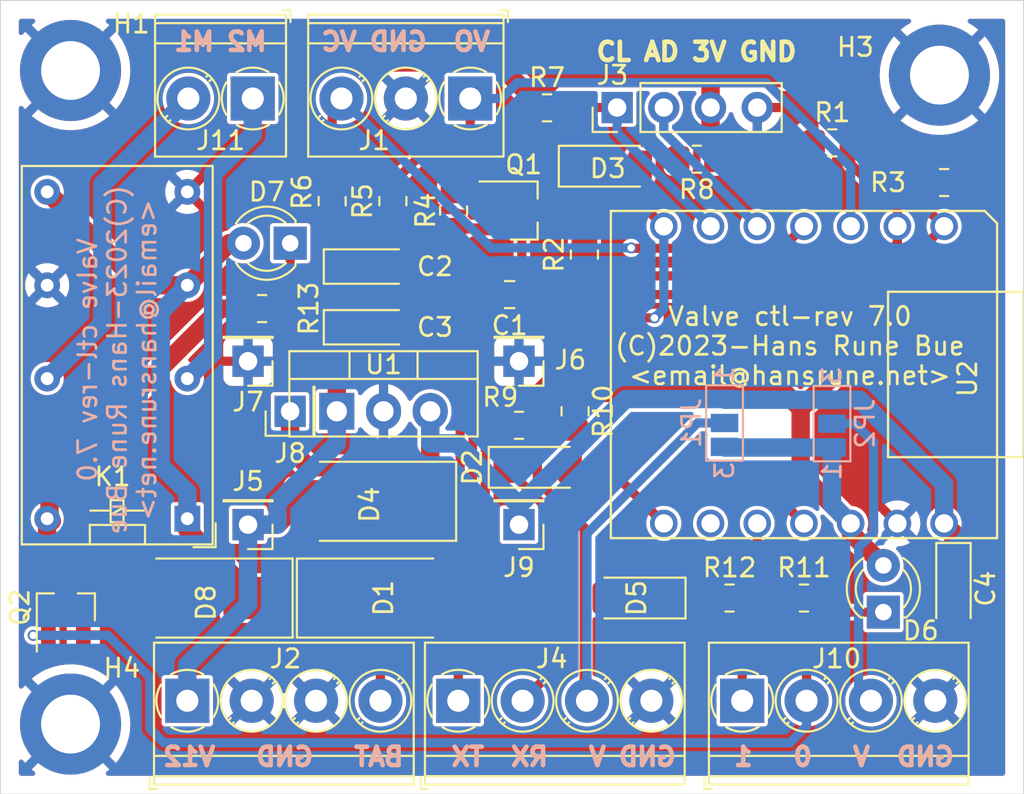
<source format=kicad_pcb>
(kicad_pcb (version 20240108) (generator "pcbnew") (generator_version "8.0")
  (title_block (title "Ball Valve Controller for CR05 signalling") (date "2020-03-01") (rev "Rev 7.0") (company "Hans Rune Bue <email@hansrune.net>"))
  (layers (0 "F.Cu" signal) (31 "B.Cu" signal) (34 "B.Paste" user) (35 "F.Paste" user) (36 "B.SilkS" user "B.Silkscreen") (37 "F.SilkS" user "F.Silkscreen") (38 "B.Mask" user) (39 "F.Mask" user) (44 "Edge.Cuts" user))
  (net 0 "")
  (net 1 "GND")
  (net 2 "+5V")
  (net 3 "+VSW")
  (net 4 "/RELAYSW")
  (net 5 "+3V3")
  (net 6 "/VBAT")
  (net 7 "Net-(D6-K)")
  (net 8 "/SDA")
  (net 9 "/PwrIn")
  (net 10 "/SCL")
  (net 11 "Net-(D2-A)")
  (net 12 "Net-(D7-K)")
  (net 13 "/VOPEN")
  (net 14 "/VCLOSE")
  (net 15 "/TX")
  (net 16 "/IHigh")
  (net 17 "/ILow")
  (net 18 "/MOTOR1")
  (net 19 "/MOTOR2")
  (net 20 "/Vimplant")
  (net 21 "Net-(U2-IO2{slash}A0{slash}D0)")
  (net 22 "/RX")
  (net 23 "Net-(Q1-G)")
  (net 24 "Net-(D5-A)")
  (net 25 "Net-(J4-Pin_3)")
  (net 26 "Net-(Q1-D)")
  (net 27 "Net-(U2-IO3{slash}A1{slash}D1)")
  (net 28 "Net-(U2-IO9{slash}A9{slash}D9{slash}MISO)")
  (footprint "LED_THT:LED_D3.0mm_Clear" (layer "F.Cu") (at 151.643 94.361 180)
    (property "Reference" "D7" (at 1.275 2.794 180) (layer "F.SilkS"))
    (property "Value" "LED")
    (pad "1" thru_hole rect (at 0 0 180) (size 1.8 1.8) (drill 0.9) (layers "*.Cu" "*.Mask") (net 12 "Net-(D7-K)"))
    (pad "2" thru_hole circle (at 2.54 0 180) (size 1.8 1.8) (drill 0.9) (layers "*.Cu" "*.Mask") (net 3 "+VSW"))
  )
  (footprint "Resistor_SMD:R_0805_2012Metric_Pad1.20x1.40mm_HandSolder" (layer "F.Cu") (at 173.752 89.789 180)
    (property "Reference" "R8" (at 0 -1.65 180) (layer "F.SilkS"))
    (property "Value" "10k")
    (pad "1" smd roundrect (at -1 0 180) (size 1.2 1.4) (layers "F.Cu" "F.Paste" "F.Mask") (roundrect_rratio 0.208333) (net 5 "+3V3"))
    (pad "2" smd roundrect (at 1 0 180) (size 1.2 1.4) (layers "F.Cu" "F.Paste" "F.Mask") (roundrect_rratio 0.208333) (net 8 "/SDA"))
  )
  (footprint "Diode_SMD:D_MiniMELF" (layer "F.Cu") (at 165.1 106.553)
    (property "Reference" "D2" (at -3.556 0 90) (layer "F.SilkS"))
    (property "Value" "1N4148")
    (pad "1" smd roundrect (at -1.75 0) (size 1.3 1.7) (layers "F.Cu" "F.Paste" "F.Mask") (roundrect_rratio 0.1923076923) (net 22 "/RX"))
    (pad "2" smd roundrect (at 1.75 0) (size 1.3 1.7) (layers "F.Cu" "F.Paste" "F.Mask") (roundrect_rratio 0.1923076923) (net 11 "Net-(D2-A)"))
  )
  (footprint "Connector_PinHeader_2.54mm:PinHeader_1x01_P2.54mm_Vertical" (layer "F.Cu") (at 164.084 109.672 180)
    (property "Reference" "J9" (at 0 -2.33 180) (layer "F.SilkS"))
    (property "Value" "Conn_01x01_Male" (hide yes))
    (pad "1" thru_hole rect (at 0 0 180) (size 1.7 1.7) (drill 1) (layers "*.Cu" "*.Mask") (net 2 "+5V"))
  )
  (footprint "Capacitor_Tantalum_SMD:CP_EIA-3216-18_Kemet-A_Pad1.58x1.35mm_HandSolder" (layer "F.Cu") (at 155.956 95.631)
    (property "Reference" "C2" (at 3.556 0 0) (layer "F.SilkS"))
    (property "Value" "10uF")
    (pad "1" smd roundrect (at -1.4375 0) (size 1.575 1.35) (layers "F.Cu" "F.Paste" "F.Mask") (roundrect_rratio 0.185185) (net 5 "+3V3"))
    (pad "2" smd roundrect (at 1.4375 0) (size 1.575 1.35) (layers "F.Cu" "F.Paste" "F.Mask") (roundrect_rratio 0.185185) (net 1 "GND"))
  )
  (footprint "Resistor_SMD:R_0805_2012Metric_Pad1.20x1.40mm_HandSolder" (layer "F.Cu") (at 181.118 88.9)
    (property "Reference" "R1" (at 0 -1.65 0) (layer "F.SilkS"))
    (property "Value" "33k")
    (pad "1" smd roundrect (at -1 0) (size 1.2 1.4) (layers "F.Cu" "F.Paste" "F.Mask") (roundrect_rratio 0.208333) (net 1 "GND"))
    (pad "2" smd roundrect (at 1 0) (size 1.2 1.4) (layers "F.Cu" "F.Paste" "F.Mask") (roundrect_rratio 0.208333) (net 27 "Net-(U2-IO3{slash}A1{slash}D1)"))
  )
  (footprint "Diode_SMD:D_MiniMELF" (layer "F.Cu") (at 168.91 90.17)
    (property "Reference" "D3" (at 0 0.127 0) (layer "F.SilkS"))
    (property "Value" "1N4148")
    (pad "1" smd roundrect (at -1.75 0) (size 1.3 1.7) (layers "F.Cu" "F.Paste" "F.Mask") (roundrect_rratio 0.1923076923) (net 5 "+3V3"))
    (pad "2" smd roundrect (at 1.75 0) (size 1.3 1.7) (layers "F.Cu" "F.Paste" "F.Mask") (roundrect_rratio 0.1923076923) (net 15 "/TX"))
  )
  (footprint "Connector_PinHeader_2.54mm:PinHeader_1x01_P2.54mm_Vertical" (layer "F.Cu") (at 151.638 103.505 90)
    (property "Reference" "J8" (at -2.286 0 180) (layer "F.SilkS"))
    (property "Value" "Conn_01x01_Male")
    (pad "1" thru_hole rect (at 0 0 90) (size 1.7 1.7) (drill 1) (layers "*.Cu" "*.Mask") (net 2 "+5V"))
  )
  (footprint "Resistor_SMD:R_0805_2012Metric_Pad1.20x1.40mm_HandSolder" (layer "F.Cu") (at 150.114 97.917)
    (property "Reference" "R13" (at 2.54 0 90) (layer "F.SilkS"))
    (property "Value" "910")
    (pad "1" smd roundrect (at -1 0) (size 1.2 1.4) (layers "F.Cu" "F.Paste" "F.Mask") (roundrect_rratio 0.208333) (net 4 "/RELAYSW"))
    (pad "2" smd roundrect (at 1 0) (size 1.2 1.4) (layers "F.Cu" "F.Paste" "F.Mask") (roundrect_rratio 0.208333) (net 12 "Net-(D7-K)"))
  )
  (footprint "Connector_PinHeader_2.54mm:PinHeader_1x01_P2.54mm_Vertical" (layer "F.Cu") (at 149.352 100.782 180)
    (property "Reference" "J7" (at 0 -2.215 180) (layer "F.SilkS"))
    (property "Value" "Conn_01x01_Male")
    (pad "1" thru_hole rect (at 0 0 180) (size 1.7 1.7) (drill 1) (layers "*.Cu" "*.Mask") (net 1 "GND"))
  )
  (footprint "Diode_SMD:D_MiniMELF" (layer "F.Cu") (at 170.478 113.665 180)
    (property "Reference" "D5" (at 0 0 -90) (layer "F.SilkS"))
    (property "Value" "1N4148")
    (pad "1" smd roundrect (at -1.75 0 180) (size 1.3 1.7) (layers "F.Cu" "F.Paste" "F.Mask") (roundrect_rratio 0.1923076923) (net 16 "/IHigh"))
    (pad "2" smd roundrect (at 1.75 0 180) (size 1.3 1.7) (layers "F.Cu" "F.Paste" "F.Mask") (roundrect_rratio 0.1923076923) (net 24 "Net-(D5-A)"))
  )
  (footprint "TerminalBlock_Phoenix:TerminalBlock_Phoenix_PT-1,5-4-3.5-H_1x04_P3.50mm_Horizontal" (layer "F.Cu") (at 176.22 119.253)
    (property "Reference" "J10" (at 5.136 -2.286 0) (layer "F.SilkS"))
    (property "Value" "Screw_Terminal_01x04" (hide yes))
    (pad "1" thru_hole rect (at 0 0) (size 2.4 2.4) (drill 1.2) (layers "*.Cu" "*.Mask") (net 16 "/IHigh"))
    (pad "2" thru_hole circle (at 3.5 0) (size 2.4 2.4) (drill 1.2) (layers "*.Cu" "*.Mask") (net 17 "/ILow"))
    (pad "3" thru_hole circle (at 7 0) (size 2.4 2.4) (drill 1.2) (layers "*.Cu" "*.Mask") (net 20 "/Vimplant"))
    (pad "4" thru_hole circle (at 10.5 0) (size 2.4 2.4) (drill 1.2) (layers "*.Cu" "*.Mask") (net 1 "GND"))
  )
  (footprint "Package_TO_SOT_THT:TO-220-3_Vertical" (layer "F.Cu") (at 154.178 103.505)
    (property "Reference" "U1" (at 2.54 -2.54 0) (layer "F.SilkS"))
    (property "Value" "L7805")
    (pad "1" thru_hole rect (at 0 0) (size 1.905 2) (drill 1.1) (layers "*.Cu" "*.Mask") (net 9 "/PwrIn"))
    (pad "2" thru_hole oval (at 2.54 0) (size 1.905 2) (drill 1.1) (layers "*.Cu" "*.Mask") (net 1 "GND"))
    (pad "3" thru_hole oval (at 5.08 0) (size 1.905 2) (drill 1.1) (layers "*.Cu" "*.Mask") (net 2 "+5V"))
  )
  (footprint "Capacitor_Tantalum_SMD:CP_EIA-3216-18_Kemet-A_Pad1.58x1.35mm_HandSolder" (layer "F.Cu") (at 155.956 98.933)
    (property "Reference" "C3" (at 3.556 0 0) (layer "F.SilkS"))
    (property "Value" "10uF")
    (pad "1" smd roundrect (at -1.4375 0) (size 1.575 1.35) (layers "F.Cu" "F.Paste" "F.Mask") (roundrect_rratio 0.185185) (net 9 "/PwrIn"))
    (pad "2" smd roundrect (at 1.4375 0) (size 1.575 1.35) (layers "F.Cu" "F.Paste" "F.Mask") (roundrect_rratio 0.185185) (net 1 "GND"))
  )
  (footprint "Relay_THT:Relay_DPDT_Omron_G5V-2" (layer "F.Cu") (at 146.05 109.347 180)
    (property "Reference" "K1" (at 4.064 2.286 180) (layer "F.SilkS"))
    (property "Value" "G5V-2")
    (pad "1" thru_hole rect (at 0 0 180) (size 1.4 1.4) (drill 0.7) (layers "*.Cu" "*.Mask") (net 3 "+VSW"))
    (pad "4" thru_hole circle (at 0 7.62 180) (size 1.4 1.4) (drill 0.7) (layers "*.Cu" "*.Mask") (net 19 "/MOTOR2"))
    (pad "6" thru_hole circle (at 0 12.7 180) (size 1.4 1.4) (drill 0.7) (layers "*.Cu" "*.Mask") (net 3 "+VSW"))
    (pad "8" thru_hole circle (at 0 17.78 180) (size 1.4 1.4) (drill 0.7) (layers "*.Cu" "*.Mask") (net 1 "GND"))
    (pad "9" thru_hole circle (at 7.62 17.78 180) (size 1.4 1.4) (drill 0.7) (layers "*.Cu" "*.Mask") (net 3 "+VSW"))
    (pad "11" thru_hole circle (at 7.62 12.7 180) (size 1.4 1.4) (drill 0.7) (layers "*.Cu" "*.Mask") (net 1 "GND"))
    (pad "13" thru_hole circle (at 7.62 7.62 180) (size 1.4 1.4) (drill 0.7) (layers "*.Cu" "*.Mask") (net 18 "/MOTOR1"))
    (pad "16" thru_hole circle (at 7.62 0 180) (size 1.4 1.4) (drill 0.7) (layers "*.Cu" "*.Mask") (net 4 "/RELAYSW"))
  )
  (footprint "Resistor_SMD:R_0805_2012Metric_Pad1.20x1.40mm_HandSolder" (layer "F.Cu") (at 167.64 94.98 90)
    (property "Reference" "R2" (at 0 -1.65 90) (layer "F.SilkS"))
    (property "Value" "68k")
    (pad "1" smd roundrect (at -1 0 90) (size 1.2 1.4) (layers "F.Cu" "F.Paste" "F.Mask") (roundrect_rratio 0.208333) (net 27 "Net-(U2-IO3{slash}A1{slash}D1)"))
    (pad "2" smd roundrect (at 1 0 90) (size 1.2 1.4) (layers "F.Cu" "F.Paste" "F.Mask") (roundrect_rratio 0.208333) (net 26 "Net-(Q1-D)"))
  )
  (footprint "Resistor_SMD:R_0805_2012Metric_Pad1.20x1.40mm_HandSolder" (layer "F.Cu") (at 164.084 104.267 180)
    (property "Reference" "R9" (at 1.016 1.524 180) (layer "F.SilkS"))
    (property "Value" "4.7k")
    (pad "1" smd roundrect (at -1 0 180) (size 1.2 1.4) (layers "F.Cu" "F.Paste" "F.Mask") (roundrect_rratio 0.208333) (net 25 "Net-(J4-Pin_3)"))
    (pad "2" smd roundrect (at 1 0 180) (size 1.2 1.4) (layers "F.Cu" "F.Paste" "F.Mask") (roundrect_rratio 0.208333) (net 15 "/TX"))
  )
  (footprint "Resistor_SMD:R_0805_2012Metric_Pad1.20x1.40mm_HandSolder" (layer "F.Cu") (at 175.53 113.665)
    (property "Reference" "R12" (at 0 -1.65 0) (layer "F.SilkS"))
    (property "Value" "1k")
    (pad "1" smd roundrect (at -1 0) (size 1.2 1.4) (layers "F.Cu" "F.Paste" "F.Mask") (roundrect_rratio 0.208333) (net 16 "/IHigh"))
    (pad "2" smd roundrect (at 1 0) (size 1.2 1.4) (layers "F.Cu" "F.Paste" "F.Mask") (roundrect_rratio 0.208333) (net 17 "/ILow"))
  )
  (footprint "Diode_SMD:D_SMB_Handsoldering" (layer "F.Cu") (at 147.066 113.665 180)
    (property "Reference" "D8" (at 0 -0.254 -90) (layer "F.SilkS"))
    (property "Value" "1N4007")
    (pad "1" smd roundrect (at -2.7 0 180) (size 3.5 2.3) (layers "F.Cu" "F.Paste" "F.Mask") (roundrect_rratio 0.1086956522) (net 3 "+VSW"))
    (pad "2" smd roundrect (at 2.7 0 180) (size 3.5 2.3) (layers "F.Cu" "F.Paste" "F.Mask") (roundrect_rratio 0.1086956522) (net 4 "/RELAYSW"))
  )
  (footprint "TerminalBlock_Phoenix:TerminalBlock_Phoenix_PT-1,5-2-3.5-H_1x02_P3.50mm_Horizontal" (layer "F.Cu") (at 149.606 86.487 180)
    (property "Reference" "J11" (at 1.75 -2.286 180) (layer "F.SilkS"))
    (property "Value" "Screw_Terminal_01x02" (hide yes))
    (pad "1" thru_hole rect (at 0 0 180) (size 2.4 2.4) (drill 1.2) (layers "*.Cu" "*.Mask") (net 19 "/MOTOR2"))
    (pad "2" thru_hole circle (at 3.5 0 180) (size 2.4 2.4) (drill 1.2) (layers "*.Cu" "*.Mask") (net 18 "/MOTOR1"))
  )
  (footprint "LOCAL1:XIAO_ESP32C3_THT" (layer "F.Cu") (at 169.078 92.6047 -90)
    (property "Reference" "U2" (at 9.1223 -19.39 -90) (layer "F.SilkS"))
    (property "Value" "SeedStudio XIAO ESP32 C3 v1")
    (pad "1" thru_hole circle (at 0.835 -18.12 270) (size 1.5 1.5) (drill 1) (layers "*.Cu" "*.Mask") (net 21 "Net-(U2-IO2{slash}A0{slash}D0)"))
    (pad "2" thru_hole circle (at 0.835 -15.58 270) (size 1.5 1.5) (drill 1) (layers "*.Cu" "*.Mask") (net 27 "Net-(U2-IO3{slash}A1{slash}D1)"))
    (pad "3" thru_hole circle (at 0.835 -13.04 270) (size 1.5 1.5) (drill 1) (layers "*.Cu" "*.Mask") (net 13 "/VOPEN"))
    (pad "4" thru_hole circle (at 0.835 -10.5 270) (size 1.5 1.5) (drill 1) (layers "*.Cu" "*.Mask") (net 14 "/VCLOSE"))
    (pad "5" thru_hole circle (at 0.835 -7.96 270) (size 1.5 1.5) (drill 1) (layers "*.Cu" "*.Mask") (net 8 "/SDA"))
    (pad "6" thru_hole circle (at 0.835 -5.42 270) (size 1.5 1.5) (drill 1) (layers "*.Cu" "*.Mask") (net 10 "/SCL"))
    (pad "7" thru_hole circle (at 0.835 -2.88 270) (size 1.5 1.5) (drill 1) (layers "*.Cu" "*.Mask") (net 15 "/TX"))
    (pad "8" thru_hole circle (at 17 -2.88 270) (size 1.5 1.5) (drill 1) (layers "*.Cu" "*.Mask") (net 11 "Net-(D2-A)"))
    (pad "9" thru_hole circle (at 17 -5.42 270) (size 1.5 1.5) (drill 1) (layers "*.Cu" "*.Mask"))
    (pad "10" thru_hole circle (at 17 -7.96 270) (size 1.5 1.5) (drill 1) (layers "*.Cu" "*.Mask") (net 28 "Net-(U2-IO9{slash}A9{slash}D9{slash}MISO)"))
    (pad "11" thru_hole circle (at 17 -10.5 270) (size 1.5 1.5) (drill 1) (layers "*.Cu" "*.Mask") (net 24 "Net-(D5-A)"))
    (pad "12" thru_hole circle (at 17 -13.04 270) (size 1.5 1.5) (drill 1) (layers "*.Cu" "*.Mask") (net 5 "+3V3"))
    (pad "13" thru_hole circle (at 17 -15.58 270) (size 1.5 1.5) (drill 1) (layers "*.Cu" "*.Mask") (net 1 "GND"))
    (pad "14" thru_hole circle (at 17 -18.12 270) (size 1.5 1.5) (drill 1) (layers "*.Cu" "*.Mask") (net 2 "+5V"))
  )
  (footprint "Connector_PinHeader_2.54mm:PinHeader_1x01_P2.54mm_Vertical" (layer "F.Cu") (at 164.084 100.782 180)
    (property "Reference" "J6" (at -2.794 0.071 180) (layer "F.SilkS"))
    (property "Value" "Conn_01x01_Male")
    (pad "1" thru_hole rect (at 0 0 180) (size 1.7 1.7) (drill 1) (layers "*.Cu" "*.Mask") (net 1 "GND"))
  )
  (footprint "Resistor_SMD:R_0805_2012Metric_Pad1.20x1.40mm_HandSolder" (layer "F.Cu") (at 153.924 92.075 90)
    (property "Reference" "R6" (at 0.508 -1.65 90) (layer "F.SilkS"))
    (property "Value" "4.7k")
    (pad "1" smd roundrect (at -1 0 90) (size 1.2 1.4) (layers "F.Cu" "F.Paste" "F.Mask") (roundrect_rratio 0.208333) (net 5 "+3V3"))
    (pad "2" smd roundrect (at 1 0 90) (size 1.2 1.4) (layers "F.Cu" "F.Paste" "F.Mask") (roundrect_rratio 0.208333) (net 14 "/VCLOSE"))
  )
  (footprint "Diode_SMD:D_SMB_Handsoldering" (layer "F.Cu") (at 155.956 108.402 180)
    (property "Reference" "D4" (at 0 -0.183 -90) (layer "F.SilkS"))
    (property "Value" "1N4007")
    (pad "1" smd roundrect (at -2.7 0 180) (size 3.5 2.3) (layers "F.Cu" "F.Paste" "F.Mask") (roundrect_rratio 0.1086956522) (net 3 "+VSW"))
    (pad "2" smd roundrect (at 2.7 0 180) (size 3.5 2.3) (layers "F.Cu" "F.Paste" "F.Mask") (roundrect_rratio 0.1086956522) (net 9 "/PwrIn"))
  )
  (footprint "MountingHole:MountingHole_3.2mm_M3_ISO14580_Pad" (layer "F.Cu") (at 139.7 84.963)
    (property "Reference" "H1" (at 3.302 -2.54 0) (layer "F.SilkS"))
    (property "Value" "MountingHole_Pad" (hide yes))
    (pad "1" thru_hole circle (at 0 0) (size 5.5 5.5) (drill 3.2) (layers "*.Cu" "*.Mask") (net 1 "GND"))
  )
  (footprint "Resistor_SMD:R_0805_2012Metric_Pad1.20x1.40mm_HandSolder" (layer "F.Cu") (at 160.528 92.583 -90)
    (property "Reference" "R4" (at 0 1.524 -90) (layer "F.SilkS"))
    (property "Value" "10k")
    (pad "1" smd roundrect (at -1 0 270) (size 1.2 1.4) (layers "F.Cu" "F.Paste" "F.Mask") (roundrect_rratio 0.208333) (net 23 "Net-(Q1-G)"))
    (pad "2" smd roundrect (at 1 0 270) (size 1.2 1.4) (layers "F.Cu" "F.Paste" "F.Mask") (roundrect_rratio 0.208333) (net 6 "/VBAT"))
  )
  (footprint "TerminalBlock_Phoenix:TerminalBlock_Phoenix_PT-1,5-4-3.5-H_1x04_P3.50mm_Horizontal" (layer "F.Cu") (at 146.05 119.253)
    (property "Reference" "J2" (at 5.334 -2.286 0) (layer "F.SilkS"))
    (property "Value" "Screw_Terminal_01x04" (hide yes))
    (pad "1" thru_hole rect (at 0 0) (size 2.4 2.4) (drill 1.2) (layers "*.Cu" "*.Mask") (net 9 "/PwrIn"))
    (pad "2" thru_hole circle (at 3.5 0) (size 2.4 2.4) (drill 1.2) (layers "*.Cu" "*.Mask") (net 1 "GND"))
    (pad "3" thru_hole circle (at 7 0) (size 2.4 2.4) (drill 1.2) (layers "*.Cu" "*.Mask") (net 1 "GND"))
    (pad "4" thru_hole circle (at 10.5 0) (size 2.4 2.4) (drill 1.2) (layers "*.Cu" "*.Mask") (net 6 "/VBAT"))
  )
  (footprint "Diode_SMD:D_SMB_Handsoldering" (layer "F.Cu") (at 156.718 113.665)
    (property "Reference" "D1" (at 0 0 90) (layer "F.SilkS"))
    (property "Value" "1N4007")
    (pad "1" smd roundrect (at -2.7 0) (size 3.5 2.3) (layers "F.Cu" "F.Paste" "F.Mask") (roundrect_rratio 0.1086956522) (net 3 "+VSW"))
    (pad "2" smd roundrect (at 2.7 0) (size 3.5 2.3) (layers "F.Cu" "F.Paste" "F.Mask") (roundrect_rratio 0.1086956522) (net 6 "/VBAT"))
  )
  (footprint "MountingHole:MountingHole_3.2mm_M3_ISO14580_Pad" (layer "F.Cu") (at 139.7 120.523)
    (property "Reference" "H4" (at 2.794 -3.048 0) (layer "F.SilkS"))
    (property "Value" "MountingHole_Pad" (hide yes))
    (pad "1" thru_hole circle (at 0 0) (size 5.5 5.5) (drill 3.2) (layers "*.Cu" "*.Mask") (net 1 "GND"))
  )
  (footprint "Package_TO_SOT_SMD:SOT-23_Handsoldering" (layer "F.Cu") (at 164.338 92.583)
    (property "Reference" "Q1" (at 0 -2.5 0) (layer "F.SilkS"))
    (property "Value" "Q_PMOS_GDS")
    (pad "1" smd rect (at -1.5 -0.95) (size 1.9 0.8) (layers "F.Cu" "F.Paste" "F.Mask") (net 23 "Net-(Q1-G)"))
    (pad "2" smd rect (at -1.5 0.95) (size 1.9 0.8) (layers "F.Cu" "F.Paste" "F.Mask") (net 6 "/VBAT"))
    (pad "3" smd rect (at 1.5 0) (size 1.9 0.8) (layers "F.Cu" "F.Paste" "F.Mask") (net 26 "Net-(Q1-D)"))
  )
  (footprint "Resistor_SMD:R_0805_2012Metric_Pad1.20x1.40mm_HandSolder" (layer "F.Cu") (at 179.578 113.665)
    (property "Reference" "R11" (at 0 -1.65 0) (layer "F.SilkS"))
    (property "Value" "270")
    (pad "1" smd roundrect (at -1 0) (size 1.2 1.4) (layers "F.Cu" "F.Paste" "F.Mask") (roundrect_rratio 0.208333) (net 28 "Net-(U2-IO9{slash}A9{slash}D9{slash}MISO)"))
    (pad "2" smd roundrect (at 1 0) (size 1.2 1.4) (layers "F.Cu" "F.Paste" "F.Mask") (roundrect_rratio 0.208333) (net 7 "Net-(D6-K)"))
  )
  (footprint "Connector_PinHeader_2.54mm:PinHeader_1x01_P2.54mm_Vertical" (layer "F.Cu") (at 149.352 109.672 180)
    (property "Reference" "J5" (at 0 2.357 180) (layer "F.SilkS"))
    (property "Value" "Conn_01x01_Male")
    (pad "1" thru_hole rect (at 0 0 180) (size 1.7 1.7) (drill 1) (layers "*.Cu" "*.Mask") (net 9 "/PwrIn"))
  )
  (footprint "Connector_PinHeader_2.54mm:PinHeader_1x04_P2.54mm_Vertical" (layer "F.Cu") (at 169.418 86.979 90)
    (property "Reference" "J3" (at 1.762 -0.254 180) (layer "F.SilkS"))
    (property "Value" "Screw_Terminal_01x04" (hide yes))
    (pad "1" thru_hole rect (at 0 0 90) (size 1.7 1.7) (drill 1) (layers "*.Cu" "*.Mask") (net 10 "/SCL"))
    (pad "2" thru_hole oval (at 0 2.54 90) (size 1.7 1.7) (drill 1) (layers "*.Cu" "*.Mask") (net 8 "/SDA"))
    (pad "3" thru_hole oval (at 0 5.08 90) (size 1.7 1.7) (drill 1) (layers "*.Cu" "*.Mask") (net 5 "+3V3"))
    (pad "4" thru_hole oval (at 0 7.62 90) (size 1.7 1.7) (drill 1) (layers "*.Cu" "*.Mask") (net 1 "GND"))
  )
  (footprint "Resistor_SMD:R_0805_2012Metric_Pad1.20x1.40mm_HandSolder" (layer "F.Cu") (at 187.198 91.059 180)
    (property "Reference" "R3" (at 3.048 0 180) (layer "F.SilkS"))
    (property "Value" "10k")
    (pad "1" smd roundrect (at -1 0 180) (size 1.2 1.4) (layers "F.Cu" "F.Paste" "F.Mask") (roundrect_rratio 0.208333) (net 5 "+3V3"))
    (pad "2" smd roundrect (at 1 0 180) (size 1.2 1.4) (layers "F.Cu" "F.Paste" "F.Mask") (roundrect_rratio 0.208333) (net 21 "Net-(U2-IO2{slash}A0{slash}D0)"))
  )
  (footprint "Resistor_SMD:R_0805_2012Metric_Pad1.20x1.40mm_HandSolder" (layer "F.Cu") (at 165.608 86.995)
    (property "Reference" "R7" (at 0 -1.65 0) (layer "F.SilkS"))
    (property "Value" "10k")
    (pad "1" smd roundrect (at -1 0) (size 1.2 1.4) (layers "F.Cu" "F.Paste" "F.Mask") (roundrect_rratio 0.208333) (net 5 "+3V3"))
    (pad "2" smd roundrect (at 1 0) (size 1.2 1.4) (layers "F.Cu" "F.Paste" "F.Mask") (roundrect_rratio 0.208333) (net 10 "/SCL"))
  )
  (footprint "LED_THT:LED_D3.0mm_Clear" (layer "F.Cu") (at 183.896 114.432 90)
    (property "Reference" "D6" (at -1.011 2.032 180) (layer "F.SilkS"))
    (property "Value" "LED")
    (pad "1" thru_hole rect (at 0 0 90) (size 1.8 1.8) (drill 0.9) (layers "*.Cu" "*.Mask") (net 7 "Net-(D6-K)"))
    (pad "2" thru_hole circle (at 2.54 0 90) (size 1.8 1.8) (drill 0.9) (layers "*.Cu" "*.Mask") (net 5 "+3V3"))
  )
  (footprint "Package_TO_SOT_SMD:SOT-23_Handsoldering" (layer "F.Cu") (at 139.446 114.173 90)
    (property "Reference" "Q2" (at 0 -2.5 90) (layer "F.SilkS"))
    (property "Value" "2N2222A")
    (pad "1" smd rect (at -1.5 -0.95 90) (size 1.9 0.8) (layers "F.Cu" "F.Paste" "F.Mask") (net 17 "/ILow"))
    (pad "2" smd rect (at -1.5 0.95 90) (size 1.9 0.8) (layers "F.Cu" "F.Paste" "F.Mask") (net 1 "GND"))
    (pad "3" smd rect (at 1.5 0 90) (size 1.9 0.8) (layers "F.Cu" "F.Paste" "F.Mask") (net 4 "/RELAYSW"))
  )
  (footprint "MountingHole:MountingHole_3.2mm_M3_ISO14580_Pad" (layer "F.Cu") (at 186.944 85.217)
    (property "Reference" "H3" (at -4.572 -1.524 0) (layer "F.SilkS"))
    (property "Value" "MountingHole_Pad" (hide yes))
    (pad "1" thru_hole circle (at 0 0) (size 5.5 5.5) (drill 3.2) (layers "*.Cu" "*.Mask") (net 1 "GND"))
  )
  (footprint "TerminalBlock_Phoenix:TerminalBlock_Phoenix_PT-1,5-4-3.5-H_1x04_P3.50mm_Horizontal" (layer "F.Cu") (at 160.782 119.253)
    (property "Reference" "J4" (at 5.08 -2.286 0) (layer "F.SilkS"))
    (property "Value" "Screw_Terminal_01x04" (hide yes))
    (pad "1" thru_hole rect (at 0 0) (size 2.4 2.4) (drill 1.2) (layers "*.Cu" "*.Mask") (net 15 "/TX"))
    (pad "2" thru_hole circle (at 3.5 0) (size 2.4 2.4) (drill 1.2) (layers "*.Cu" "*.Mask") (net 22 "/RX"))
    (pad "3" thru_hole circle (at 7 0) (size 2.4 2.4) (drill 1.2) (layers "*.Cu" "*.Mask") (net 25 "Net-(J4-Pin_3)"))
    (pad "4" thru_hole circle (at 10.5 0) (size 2.4 2.4) (drill 1.2) (layers "*.Cu" "*.Mask") (net 1 "GND"))
  )
  (footprint "Resistor_SMD:R_0805_2012Metric_Pad1.20x1.40mm_HandSolder" (layer "F.Cu") (at 167.132 103.505 -90)
    (property "Reference" "R10" (at 0 -1.524 -90) (layer "F.SilkS"))
    (property "Value" "4.7k")
    (pad "1" smd roundrect (at -1 0 270) (size 1.2 1.4) (layers "F.Cu" "F.Paste" "F.Mask") (roundrect_rratio 0.208333) (net 5 "+3V3"))
    (pad "2" smd roundrect (at 1 0 270) (size 1.2 1.4) (layers "F.Cu" "F.Paste" "F.Mask") (roundrect_rratio 0.208333) (net 11 "Net-(D2-A)"))
  )
  (footprint "Resistor_SMD:R_0805_2012Metric_Pad1.20x1.40mm_HandSolder" (layer "F.Cu") (at 157.226 92.075 90)
    (property "Reference" "R5" (at 0 -1.65 90) (layer "F.SilkS"))
    (property "Value" "4.7k")
    (pad "1" smd roundrect (at -1 0 90) (size 1.2 1.4) (layers "F.Cu" "F.Paste" "F.Mask") (roundrect_rratio 0.208333) (net 5 "+3V3"))
    (pad "2" smd roundrect (at 1 0 90) (size 1.2 1.4) (layers "F.Cu" "F.Paste" "F.Mask") (roundrect_rratio 0.208333) (net 13 "/VOPEN"))
  )
  (footprint "Capacitor_SMD:C_0805_2012Metric_Pad1.18x1.45mm_HandSolder" (layer "F.Cu") (at 163.576 97.155 180)
    (property "Reference" "C1" (at 0 -1.68 180) (layer "F.SilkS"))
    (property "Value" "C_Small")
    (pad "1" smd roundrect (at -1.0375 0 180) (size 1.175 1.45) (layers "F.Cu" "F.Paste" "F.Mask") (roundrect_rratio 0.212766) (net 21 "Net-(U2-IO2{slash}A0{slash}D0)"))
    (pad "2" smd roundrect (at 1.0375 0 180) (size 1.175 1.45) (layers "F.Cu" "F.Paste" "F.Mask") (roundrect_rratio 0.212766) (net 23 "Net-(Q1-G)"))
  )
  (footprint "TerminalBlock_Phoenix:TerminalBlock_Phoenix_PT-1,5-3-3.5-H_1x03_P3.50mm_Horizontal" (layer "F.Cu") (at 161.432 86.487 180)
    (property "Reference" "J1" (at 5.222 -2.286 180) (layer "F.SilkS"))
    (property "Value" "Screw_Terminal_01x03" (hide yes))
    (pad "1" thru_hole rect (at 0 0 180) (size 2.4 2.4) (drill 1.2) (layers "*.Cu" "*.Mask") (net 13 "/VOPEN"))
    (pad "2" thru_hole circle (at 3.5 0 180) (size 2.4 2.4) (drill 1.2) (layers "*.Cu" "*.Mask") (net 1 "GND"))
    (pad "3" thru_hole circle (at 7 0 180) (size 2.4 2.4) (drill 1.2) (layers "*.Cu" "*.Mask") (net 14 "/VCLOSE"))
  )
  (footprint "Capacitor_Tantalum_SMD:CP_EIA-3216-18_Kemet-A_Pad1.58x1.35mm_HandSolder" (layer "F.Cu") (at 187.706 113.157 -90)
    (property "Reference" "C4" (at 0 -1.75 -90) (layer "F.SilkS"))
    (property "Value" "10uF")
    (pad "1" smd roundrect (at -1.4375 0 270) (size 1.575 1.35) (layers "F.Cu" "F.Paste" "F.Mask") (roundrect_rratio 0.185185) (net 2 "+5V"))
    (pad "2" smd roundrect (at 1.4375 0 270) (size 1.575 1.35) (layers "F.Cu" "F.Paste" "F.Mask") (roundrect_rratio 0.185185) (net 1 "GND"))
  )
  (footprint "Jumper:SolderJumper-3_P1.3mm_Open_Pad1.0x1.5mm_NumberLabels" (layer "B.Cu") (at 181.102 104.176 90)
    (property "Reference" "JP2" (at 0 1.8 -90) (layer "B.SilkS") (effects (justify mirror)))
    (property "Value" "SolderJumper_3_Open")
    (fp_text user "1" (at -2.6 0 -90) (layer "B.SilkS") (effects (justify mirror)))
    (fp_text user "3" (at 2.6 0 -90) (layer "B.SilkS") (effects (justify mirror)))
    (pad "1" smd rect (at -1.3 0 90) (size 1 1.5) (layers "B.Cu" "B.Mask") (net 5 "+3V3"))
    (pad "2" smd rect (at 0 0 90) (size 1 1.5) (layers "B.Cu" "B.Mask") (net 20 "/Vimplant"))
    (pad "3" smd rect (at 1.3 0 90) (size 1 1.5) (layers "B.Cu" "B.Mask") (net 2 "+5V"))
  )
  (footprint "Jumper:SolderJumper-3_P1.3mm_Open_Pad1.0x1.5mm_NumberLabels" (layer "B.Cu") (at 175.26 104.14 -90)
    (property "Reference" "JP1" (at 0 1.8 90) (layer "B.SilkS") (effects (justify mirror)))
    (property "Value" "SolderJumper_3_Open" (hide yes))
    (fp_text user "1" (at -2.6 0 90) (layer "B.SilkS") (effects (justify mirror)))
    (fp_text user "3" (at 2.6 0 90) (layer "B.SilkS") (effects (justify mirror)))
    (pad "1" smd rect (at -1.3 0 270) (size 1 1.5) (layers "B.Cu" "B.Mask") (net 2 "+5V"))
    (pad "2" smd rect (at 0 0 270) (size 1 1.5) (layers "B.Cu" "B.Mask") (net 25 "Net-(J4-Pin_3)"))
    (pad "3" smd rect (at 1.3 0 270) (size 1 1.5) (layers "B.Cu" "B.Mask") (net 5 "+3V3"))
  )
  (gr_rect (start 135.89 81.153) (end 191.516 124.333) (stroke (width 0.05)) (fill none) (layer "Edge.Cuts"))
  (gr_text "BAT   GND   V12\n" (at 151.272 122.301 0) (layer "B.SilkS") (effects (font (size 1 1) (thickness 0.25)) (justify mirror)))
  (gr_text "GND V   RX  TX" (at 166.512 122.301 0) (layer "B.SilkS") (effects (font (size 1 1) (thickness 0.25)) (justify mirror)))
  (gr_text "Valve ctl-rev 7.0\n(C)2023-Hans Rune Bue\n<email@hansrune.net>" (at 142.24 100.711 90) (layer "B.SilkS") (effects (font (size 1 1)) (justify mirror)))
  (gr_text "VO  GND VC    M2 M1\n\n" (at 153.924 84.201 0) (layer "B.SilkS") (effects (font (size 1 1) (thickness 0.25)) (justify mirror)))
  (gr_text "GND  V   0   1" (at 181.752 122.301 0) (layer "B.SilkS") (effects (font (size 1 1) (thickness 0.25)) (justify mirror)))
  (gr_text "Valve ctl-rev 7.0\n(C)2023-Hans Rune Bue\n<email@hansrune.net>" (at 178.816 99.949 0) (layer "F.SilkS") (effects (font (size 1 1))))
  (gr_text "CL AD 3V GND" (at 173.736 83.947 0) (layer "F.SilkS") (effects (font (size 1 1) (thickness 0.25))))
  (segment (start 159.258 106.044) (end 159.258 103.505) (width 1) (layer "F.Cu") (net 2))
  (segment (start 187.706 110.1127) (end 187.706 111.7195) (width 1) (layer "F.Cu") (net 2))
  (segment (start 187.198 109.6047) (end 187.706 110.1127) (width 1) (layer "F.Cu") (net 2))
  (segment (start 158.75 106.552) (end 159.258 106.044) (width 1) (layer "F.Cu") (net 2))
  (segment (start 152.654 106.552) (end 158.75 106.552) (width 1) (layer "F.Cu") (net 2))
  (segment (start 151.638 103.505) (end 151.638 105.536) (width 1) (layer "F.Cu") (net 2))
  (segment (start 151.638 105.536) (end 152.654 106.552) (width 1) (layer "F.Cu") (net 2))
  (segment (start 182.602 102.876) (end 187.198 107.472) (width 1) (layer "B.Cu") (net 2))
  (segment (start 181.102 102.876) (end 182.602 102.876) (width 1) (layer "B.Cu") (net 2))
  (segment (start 181.102 102.876) (end 175.296 102.876) (width 1) (layer "B.Cu") (net 2))
  (segment (start 169.8735 102.84) (end 175.26 102.84) (width 1) (layer "B.Cu") (net 2))
  (segment (start 159.258 103.505) (end 159.258 105.255) (width 1) (layer "B.Cu") (net 2))
  (segment (start 164.084 108.6295) (end 160.7095 105.255) (width 1) (layer "B.Cu") (net 2))
  (segment (start 175.296 102.876) (end 175.26 102.84) (width 1) (layer "B.Cu") (net 2))
  (segment (start 160.7095 105.255) (end 159.258 105.255) (width 1) (layer "B.Cu") (net 2))
  (segment (start 164.084 108.6295) (end 164.084 109.672) (width 1) (layer "B.Cu") (net 2))
  (segment (start 187.198 107.472) (end 187.198 109.6047) (width 1) (layer "B.Cu") (net 2))
  (segment (start 164.084 108.6295) (end 169.8735 102.84) (width 1) (layer "B.Cu") (net 2))
  (segment (start 158.656 108.402) (end 154.018 113.04) (width 1) (layer "F.Cu") (net 3))
  (segment (start 154.018 113.04) (end 154.018 113.665) (width 1) (layer "F.Cu") (net 3))
  (segment (start 146.05 109.347) (end 146.05 109.949) (width 1) (layer "F.Cu") (net 3))
  (segment (start 146.05 96.647) (end 148.336 94.361) (width 1) (layer "F.Cu") (net 3))
  (segment (start 154.018 113.665) (end 149.766 113.665) (width 1) (layer "F.Cu") (net 3))
  (segment (start 146.05 109.949) (end 149.766 113.665) (width 1) (layer "F.Cu") (net 3))
  (segment (start 148.336 94.361) (end 149.103 94.361) (width 1) (layer "F.Cu") (net 3))
  (segment (start 138.43 91.567) (end 143.51 96.647) (width 1) (layer "F.Cu") (net 3))
  (segment (start 143.51 96.647) (end 146.05 96.647) (width 1) (layer "F.Cu") (net 3))
  (segment (start 146.05 109.347) (end 146.05 107.897) (width 1) (layer "B.Cu") (net 3))
  (segment (start 146.05 107.897) (end 144.6068 106.4538) (width 1) (layer "B.Cu") (net 3))
  (segment (start 144.6068 98.0902) (end 146.05 96.647) (width 1) (layer "B.Cu") (net 3))
  (segment (start 144.6068 106.4538) (end 144.6068 98.0902) (width 1) (layer "B.Cu") (net 3))
  (segment (start 138.43 109.347) (end 138.43 111.657) (width 1) (layer "F.Cu") (net 4))
  (segment (start 138.684 109.474) (end 138.557 109.347) (width 1) (layer "F.Cu") (net 4))
  (segment (start 143.374 112.673) (end 144.366 113.665) (width 1) (layer "F.Cu") (net 4))
  (segment (start 138.43 111.657) (end 139.446 112.673) (width 1) (layer "F.Cu") (net 4))
  (segment (start 138.557 109.347) (end 138.557 107.2071) (width 1) (layer "F.Cu") (net 4))
  (segment (start 139.446 112.673) (end 143.374 112.673) (width 1) (layer "F.Cu") (net 4))
  (segment (start 138.557 109.347) (end 138.43 109.347) (width 1) (layer "F.Cu") (net 4))
  (segment (start 147.8471 97.917) (end 149.114 97.917) (width 1) (layer "F.Cu") (net 4))
  (segment (start 138.557 107.2071) (end 147.8471 97.917) (width 1) (layer "F.Cu") (net 4))
  (segment (start 166.0383 85.379) (end 174.498 85.379) (width 1) (layer "F.Cu") (net 5))
  (segment (start 164.8823 86.535) (end 162.8723 84.525) (width 1) (layer "F.Cu") (net 5))
  (segment (start 188.6959 91.5569) (end 188.6959 94.0606) (width 1) (layer "F.Cu") (net 5))
  (segment (start 153.7497 93.075) (end 153.924 93.075) (width 1) (layer "F.Cu") (net 5))
  (segment (start 179.4002 103.3563) (end 178.5489 102.505) (width 1) (layer "F.Cu") (net 5))
  (segment (start 157.226 93.075) (end 156.6315 93.6695) (width 1) (layer "F.Cu") (net 5))
  (segment (start 164.608 88.408) (end 166.37 90.17) (width 1) (layer "F.Cu") (net 5))
  (segment (start 188.198 90.8561) (end 188.198 91.059) (width 1) (layer "F.Cu") (net 5))
  (segment (start 154.5185 95.631) (end 154.5185 93.6695) (width 1) (layer "F.Cu") (net 5))
  (segment (start 188.6959 94.0606) (end 179.4002 103.3563) (width 1) (layer "F.Cu") (net 5))
  (segment (start 164.608 86.995) (end 164.608 88.408) (width 1) (layer "F.Cu") (net 5))
  (segment (start 174.498 86.979) (end 174.498 88.579) (width 1) (layer "F.Cu") (net 5))
  (segment (start 174.498 86.979) (end 174.498 85.3952) (width 1) (layer "F.Cu") (net 5))
  (segment (start 184.6868 89.4368) (end 183.4192 88.1692) (width 1) (layer "F.Cu") (net 5))
  (segment (start 186.7787 89.4368) (end 188.198 90.8561) (width 1) (layer "F.Cu") (net 5))
  (segment (start 183.4192 88.057697) (end 183.4192 88.1692) (width 1) (layer "F.Cu") (net 5))
  (segment (start 152.5229 91.8482) (end 153.7497 93.075) (width 1) (layer "F.Cu") (net 5))
  (segment (start 166.37 90.17) (end 167.16 90.17) (width 1) (layer "F.Cu") (net 5))
  (segment (start 174.498 85.3952) (end 174.498 85.379) (width 1) (layer "F.Cu") (net 5))
  (segment (start 153.6441 84.525) (end 152.5229 85.6462) (width 1) (layer "F.Cu") (net 5))
  (segment (start 184.6868 89.4368) (end 186.7787 89.4368) (width 1) (layer "F.Cu") (net 5))
  (segment (start 154.5185 93.6695) (end 153.924 93.075) (width 1) (layer "F.Cu") (net 5))
  (segment (start 174.752 88.833) (end 174.752 89.789) (width 1) (layer "F.Cu") (net 5))
  (segment (start 182.118 110.114) (end 182.118 109.6047) (width 1) (layer "F.Cu") (net 5))
  (segment (start 178.5489 102.505) (end 167.132 102.505) (width 1) (layer "F.Cu") (net 5))
  (segment (start 188.198 91.059) (end 188.6959 91.5569) (width 1) (layer "F.Cu") (net 5))
  (segment (start 183.896 111.892) (end 182.118 110.114) (width 1) (layer "F.Cu") (net 5))
  (segment (start 164.8823 86.535) (end 166.0383 85.379) (width 1) (layer "F.Cu") (net 5))
  (segment (start 156.6315 93.6695) (end 154.5185 93.6695) (width 1) (layer "F.Cu") (net 5))
  (segment (start 180.740503 85.379) (end 183.4192 88.057697) (width 1) (layer "F.Cu") (net 5))
  (segment (start 174.498 88.579) (end 174.752 88.833) (width 1) (layer "F.Cu") (net 5))
  (segment (start 179.4002 106.8869) (end 179.4002 103.3563) (width 1) (layer "F.Cu") (net 5))
  (segment (start 182.118 109.6047) (end 179.4002 106.8869) (width 1) (layer "F.Cu") (net 5))
  (segment (start 164.608 86.8093) (end 164.8823 86.535) (width 1) (layer "F.Cu") (net 5))
  (segment (start 152.5229 85.6462) (end 152.5229 91.8482) (width 1) (layer "F.Cu") (net 5))
  (segment (start 162.8723 84.525) (end 153.6441 84.525) (width 1) (layer "F.Cu") (net 5))
  (segment (start 174.498 85.379) (end 180.740503 85.379) (width 1) (layer "F.Cu") (net 5))
  (segment (start 164.608 86.995) (end 164.608 86.8093) (width 1) (layer "F.Cu") (net 5))
  (segment (start 181.102 105.476) (end 175.296 105.476) (width 1) (layer "B.Cu") (net 5))
  (segment (start 175.296 105.476) (end 175.26 105.44) (width 1) (layer "B.Cu") (net 5))
  (segment (start 181.102 105.476) (end 181.102 108.5887) (width 1) (layer "B.Cu") (net 5))
  (segment (start 181.102 108.5887) (end 182.118 109.6047) (width 1) (layer "B.Cu") (net 5))
  (segment (start 160.8824 112.2006) (end 159.418 113.665) (width 0.5) (layer "F.Cu") (net 6))
  (segment (start 160.8824 93.583) (end 160.528 93.583) (width 0.5) (layer "F.Cu") (net 6))
  (segment (start 162.838 93.533) (end 161.388 93.533) (width 0.5) (layer "F.Cu") (net 6))
  (segment (start 160.8824 93.583) (end 160.8824 112.2006) (width 0.5) (layer "F.Cu") (net 6))
  (segment (start 156.55 116.533) (end 156.55 119.253) (width 0.5) (layer "F.Cu") (net 6))
  (segment (start 159.418 113.665) (end 156.55 116.533) (width 0.5) (layer "F.Cu") (net 6))
  (segment (start 161.338 93.583) (end 160.8824 93.583) (width 0.5) (layer "F.Cu") (net 6))
  (segment (start 161.388 93.533) (end 161.338 93.583) (width 0.5) (layer "F.Cu") (net 6))
  (segment (start 183.896 114.432) (end 181.345 114.432) (width 0.5) (layer "F.Cu") (net 7))
  (segment (start 181.345 114.432) (end 180.578 113.665) (width 0.5) (layer "F.Cu") (net 7))
  (segment (start 171.958 86.979) (end 171.958 88.329) (width 0.5) (layer "F.Cu") (net 8))
  (segment (start 171.958 88.329) (end 172.752 89.123) (width 0.5) (layer "F.Cu") (net 8))
  (segment (start 172.752 89.123) (end 172.752 89.789) (width 0.5) (layer "F.Cu") (net 8))
  (segment (start 171.958 86.979) (end 171.958 88.329) (width 0.5) (layer "B.Cu") (net 8))
  (segment (start 177.038 93.409) (end 177.038 93.4397) (width 0.5) (layer "B.Cu") (net 8))
  (segment (start 171.958 88.329) (end 177.038 93.409) (width 0.5) (layer "B.Cu") (net 8))
  (segment (start 154.178 103.505) (end 154.178 99.2735) (width 1) (layer "F.Cu") (net 9))
  (segment (start 154.178 99.2735) (end 154.5185 98.933) (width 1) (layer "F.Cu") (net 9))
  (segment (start 152.222 108.402) (end 150.952 109.672) (width 1) (layer "F.Cu") (net 9))
  (segment (start 149.352 109.672) (end 150.952 109.672) (width 1) (layer "F.Cu") (net 9))
  (segment (start 153.256 108.402) (end 152.222 108.402) (width 1) (layer "F.Cu") (net 9))
  (segment (start 146.05 119.253) (end 146.05 117.303) (width 1) (layer "B.Cu") (net 9))
  (segment (start 154.178 105.255) (end 150.952 108.481) (width 1) (layer "B.Cu") (net 9))
  (segment (start 149.352 109.672) (end 150.952 109.672) (width 1) (layer "B.Cu") (net 9))
  (segment (start 150.952 108.481) (end 150.952 109.672) (width 1) (layer "B.Cu") (net 9))
  (segment (start 146.05 117.303) (end 149.352 114.001) (width 1) (layer "B.Cu") (net 9))
  (segment (start 149.352 114.001) (end 149.352 109.672) (width 1) (layer "B.Cu") (net 9))
  (segment (start 154.178 103.505) (end 154.178 105.255) (width 1) (layer "B.Cu") (net 9))
  (segment (start 166.624 86.979) (end 166.608 86.995) (width 0.5) (layer "F.Cu") (net 10))
  (segment (start 169.418 86.979) (end 166.624 86.979) (width 0.5) (layer "F.Cu") (net 10))
  (segment (start 174.498 93.4397) (end 169.418 88.3597) (width 0.5) (layer "B.Cu") (net 10))
  (segment (start 169.418 88.3597) (end 169.418 86.979) (width 0.5) (layer "B.Cu") (net 10))
  (segment (start 171.958 109.6047) (end 168.9773 106.624) (width 0.5) (layer "F.Cu") (net 11))
  (segment (start 167.132 106.624) (end 166.85 106.624) (width 0.5) (layer "F.Cu") (net 11))
  (segment (start 167.132 106.624) (end 167.132 104.505) (width 0.5) (layer "F.Cu") (net 11))
  (segment (start 168.9773 106.624) (end 167.132 106.624) (width 0.5) (layer "F.Cu") (net 11))
  (segment (start 151.114 97.917) (end 151.643 97.388) (width 0.5) (layer "F.Cu") (net 12))
  (segment (start 151.643 97.388) (end 151.643 94.361) (width 0.5) (layer "F.Cu") (net 12))
  (segment (start 160.114 88.187) (end 157.226 91.075) (width 0.5) (layer "F.Cu") (net 13))
  (segment (start 161.432 86.487) (end 161.432 88.187) (width 0.5) (layer "F.Cu") (net 13))
  (segment (start 161.432 88.187) (end 160.114 88.187) (width 0.5) (layer "F.Cu") (net 13))
  (segment (start 161.432 86.487) (end 163.132 86.487) (width 0.5) (layer "B.Cu") (net 13))
  (segment (start 163.132 86.487) (end 163.99 85.629) (width 0.5) (layer "B.Cu") (net 13))
  (segment (start 177.531 85.629) (end 182.118 90.216) (width 0.5) (layer "B.Cu") (net 13))
  (segment (start 163.99 85.629) (end 177.531 85.629) (width 0.5) (layer "B.Cu") (net 13))
  (segment (start 182.118 90.216) (end 182.118 93.4397) (width 0.5) (layer "B.Cu") (net 13))
  (segment (start 170.2047 94.6397) (end 178.378 94.6397) (width 0.5) (layer "F.Cu") (net 14))
  (segment (start 154.432 86.487) (end 153.924 86.995) (width 0.5) (layer "F.Cu") (net 14))
  (segment (start 170.18 94.615) (end 170.2047 94.6397) (width 0.5) (layer "F.Cu") (net 14))
  (segment (start 153.924 86.995) (end 153.924 91.075) (width 0.5) (layer "F.Cu") (net 14))
  (segment (start 178.378 94.6397) (end 179.578 93.4397) (width 0.5) (layer "F.Cu") (net 14))
  (via (at 170.18 94.615) (size 0.6) (drill 0.4) (layers "F.Cu" "B.Cu") (net 14))
  (segment (start 154.432 86.487) (end 162.5849 94.6399) (width 0.5) (layer "B.Cu") (net 14))
  (segment (start 162.6098 94.615) (end 170.18 94.615) (width 0.5) (layer "B.Cu") (net 14))
  (segment (start 162.5849 94.6399) (end 162.6098 94.615) (width 0.5) (layer "B.Cu") (net 14))
  (segment (start 160.782 117.553) (end 162.2489 116.0861) (width 0.5) (layer "F.Cu") (net 15))
  (segment (start 167.132 100.219) (end 163.084 104.267) (width 0.5) (layer "F.Cu") (net 15))
  (segment (start 168.91 98.425) (end 171.45 98.425) (width 0.5) (layer "F.Cu") (net 15))
  (segment (start 162.2489 105.1021) (end 163.084 104.267) (width 0.5) (layer "F.Cu") (net 15))
  (segment (start 170.66 90.17) (end 170.66 92.1417) (width 0.5) (layer "F.Cu") (net 15))
  (segment (start 160.782 119.253) (end 160.782 117.553) (width 0.5) (layer "F.Cu") (net 15))
  (segment (start 162.2489 116.0861) (end 162.2489 105.1021) (width 0.5) (layer "F.Cu") (net 15))
  (segment (start 167.132 100.203) (end 168.91 98.425) (width 0.5) (layer "F.Cu") (net 15))
  (segment (start 167.132 100.219) (end 167.132 100.203) (width 0.5) (layer "F.Cu") (net 15))
  (segment (start 170.66 92.1417) (end 171.958 93.4397) (width 0.5) (layer "F.Cu") (net 15))
  (via (at 171.45 98.425) (size 0.6) (drill 0.4) (layers "F.Cu" "B.Cu") (net 15))
  (segment (start 171.45 98.425) (end 171.958 97.917) (width 0.5) (layer "B.Cu") (net 15))
  (segment (start 171.958 97.917) (end 171.958 93.4397) (width 0.5) (layer "B.Cu") (net 15))
  (segment (start 176.22 117.553) (end 174.53 115.863) (width 0.5) (layer "F.Cu") (net 16))
  (segment (start 174.53 115.863) (end 174.53 113.665) (width 0.5) (layer "F.Cu") (net 16))
  (segment (start 172.228 113.665) (end 174.53 113.665) (width 0.5) (layer "F.Cu") (net 16))
  (segment (start 176.22 119.253) (end 176.22 117.553) (width 0.5) (layer "F.Cu") (net 16))
  (segment (start 138.472 115.697) (end 138.496 115.673) (width 0.5) (layer "F.Cu") (net 17))
  (segment (start 179.72 116.855) (end 176.53 113.665) (width 0.5) (layer "F.Cu") (net 17))
  (segment (start 137.668 115.697) (end 138.472 115.697) (width 0.5) (layer "F.Cu") (net 17))
  (segment (start 179.72 119.253) (end 179.72 116.855) (width 0.5) (layer "F.Cu") (net 17))
  (via (at 137.668 115.697) (size 0.6) (drill 0.4) (layers "F.Cu" "B.Cu") (net 17))
  (segment (start 178.816 121.539) (end 144.78 121.539) (width 0.5) (layer "B.Cu") (net 17))
  (segment (start 144.018 117.983) (end 141.732 115.697) (width 0.5) (layer "B.Cu") (net 17))
  (segment (start 144.018 120.777) (end 144.018 117.983) (width 0.5) (layer "B.Cu") (net 17))
  (segment (start 144.78 121.539) (end 144.018 120.777) (width 0.5) (layer "B.Cu") (net 17))
  (segment (start 179.72 120.635) (end 178.816 121.539) (width 0.5) (layer "B.Cu") (net 17))
  (segment (start 141.732 115.697) (end 137.668 115.697) (width 0.5) (layer "B.Cu") (net 17))
  (segment (start 179.72 119.253) (end 179.72 120.635) (width 0.5) (layer "B.Cu") (net 17))
  (segment (start 146.106 86.487) (end 141.4288 91.1642) (width 1) (layer "B.Cu") (net 18))
  (segment (start 141.4288 98.7282) (end 138.43 101.727) (width 1) (layer "B.Cu") (net 18))
  (segment (start 141.4288 91.1642) (end 141.4288 98.7282) (width 1) (layer "B.Cu") (net 18))
  (segment (start 147.4503 100.3267) (end 146.05 101.727) (width 1) (layer "B.Cu") (net 19))
  (segment (start 149.606 86.487) (end 149.606 88.437) (width 1) (layer "B.Cu") (net 19))
  (segment (start 149.606 88.437) (end 147.4503 90.5927) (width 1) (layer "B.Cu") (net 19))
  (segment (start 147.4503 90.5927) (end 147.4503 100.3267) (width 1) (layer "B.Cu") (net 19))
  (segment (start 181.102 104.176) (end 182.352 104.176) (width 0.5) (layer "B.Cu") (net 20))
  (segment (start 182.5458 110.913) (end 182.5458 118.5788) (width 0.5) (layer "B.Cu") (net 20))
  (segment (start 182.5458 118.5788) (end 183.22 119.253) (width 0.5) (layer "B.Cu") (net 20))
  (segment (start 182.352 104.176) (end 183.3676 105.1916) (width 0.5) (layer "B.Cu") (net 20))
  (segment (start 183.3676 110.0912) (end 182.5458 110.913) (width 0.5) (layer "B.Cu") (net 20))
  (segment (start 183.3676 105.1916) (end 183.3676 110.0912) (width 0.5) (layer "B.Cu") (net 20))
  (segment (start 187.198 93.4397) (end 186.198 92.4397) (width 0.5) (layer "F.Cu") (net 21))
  (segment (start 187.198 93.4397) (end 183.4827 97.155) (width 0.5) (layer "F.Cu") (net 21))
  (segment (start 186.198 92.4397) (end 186.198 91.059) (width 0.5) (layer "F.Cu") (net 21))
  (segment (start 183.4827 97.155) (end 164.6135 97.155) (width 0.5) (layer "F.Cu") (net 21))
  (segment (start 165.3842 118.1508) (end 165.3842 108.5736) (width 0.5) (layer "F.Cu") (net 22))
  (segment (start 164.282 119.253) (end 165.3842 118.1508) (width 0.5) (layer "F.Cu") (net 22))
  (segment (start 163.4346 106.624) (end 163.35 106.624) (width 0.5) (layer "F.Cu") (net 22))
  (segment (start 165.3842 108.5736) (end 163.4346 106.624) (width 0.5) (layer "F.Cu") (net 22))
  (segment (start 164.2395 95.454) (end 164.2395 92.9095) (width 0.5) (layer "F.Cu") (net 23))
  (segment (start 162.5385 97.155) (end 164.2395 95.454) (width 0.5) (layer "F.Cu") (net 23))
  (segment (start 162.838 92.083) (end 161.028 92.083) (width 0.5) (layer "F.Cu") (net 23))
  (segment (start 164.2395 92.9095) (end 163.413 92.083) (width 0.5) (layer "F.Cu") (net 23))
  (segment (start 162.838 91.633) (end 162.838 92.083) (width 0.5) (layer "F.Cu") (net 23))
  (segment (start 163.413 92.083) (end 162.838 92.083) (width 0.5) (layer "F.Cu") (net 23))
  (segment (start 161.028 92.083) (end 160.528 91.583) (width 0.5) (layer "F.Cu") (net 23))
  (segment (start 179.578 109.6047) (end 178.3714 108.3981) (width 0.5) (layer "F.Cu") (net 24))
  (segment (start 169.6351 113.665) (end 168.728 113.665) (width 0.5) (layer "F.Cu") (net 24))
  (segment (start 173.228 109.1598) (end 173.228 110.0721) (width 0.5) (layer "F.Cu") (net 24))
  (segment (start 178.3714 108.3981) (end 173.9897 108.3981) (width 0.5) (layer "F.Cu") (net 24))
  (segment (start 173.9897 108.3981) (end 173.228 109.1598) (width 0.5) (layer "F.Cu") (net 24))
  (segment (start 173.228 110.0721) (end 169.6351 113.665) (width 0.5) (layer "F.Cu") (net 24))
  (segment (start 167.782 119.253) (end 167.6268 119.0978) (width 0.5) (layer "F.Cu") (net 25))
  (segment (start 165.084 107.2831) (end 165.084 104.267) (width 0.5) (layer "F.Cu") (net 25))
  (segment (start 167.6268 119.0978) (end 167.6268 109.8259) (width 0.5) (layer "F.Cu") (net 25))
  (segment (start 167.6268 109.8259) (end 165.084 107.2831) (width 0.5) (layer "F.Cu") (net 25))
  (segment (start 173.792 104.14) (end 175.26 104.14) (width 0.5) (layer "B.Cu") (net 25))
  (segment (start 167.782 110.15) (end 173.792 104.14) (width 0.5) (layer "B.Cu") (net 25))
  (segment (start 167.782 119.253) (end 167.782 110.15) (width 0.5) (layer "B.Cu") (net 25))
  (segment (start 166.243 92.583) (end 167.64 93.98) (width 0.5) (layer "F.Cu") (net 26))
  (segment (start 165.838 92.583) (end 166.243 92.583) (width 0.5) (layer "F.Cu") (net 26))
  (segment (start 184.658 94.361) (end 184.658 93.4397) (width 0.5) (layer "F.Cu") (net 27))
  (segment (start 182.88 96.139) (end 184.658 94.361) (width 0.5) (layer "F.Cu") (net 27))
  (segment (start 182.118 90.043) (end 184.658 92.583) (width 0.5) (layer "F.Cu") (net 27))
  (segment (start 182.118 88.9) (end 182.118 90.043) (width 0.5) (layer "F.Cu") (net 27))
  (segment (start 167.64 95.98) (end 167.799 96.139) (width 0.5) (layer "F.Cu") (net 27))
  (segment (start 167.75115 95.86885) (end 167.64 95.98) (width 0.5) (layer "F.Cu") (net 27))
  (segment (start 184.658 92.583) (end 184.658 93.4397) (width 0.5) (layer "F.Cu") (net 27))
  (segment (start 167.799 96.139) (end 182.88 96.139) (width 0.5) (layer "F.Cu") (net 27))
  (segment (start 177.038 109.6047) (end 177.038 112.125) (width 0.5) (layer "F.Cu") (net 28))
  (segment (start 177.038 112.125) (end 178.578 113.665) (width 0.5) (layer "F.Cu") (net 28))
  (zone (net 1) (net_name "GND") (layer "F.Cu") (priority 1) (connect_pads (clearance 0)) (min_thickness 0.25) (fill yes (thermal_gap 0.5) (thermal_bridge_width 0.5))
    (polygon (pts (xy 191.516 124.333) (xy 135.89 124.333) (xy 135.89 81.153) (xy 191.516 81.153)))
  )
  (zone (net 1) (net_name "GND") (layers "F&B.Cu") (connect_pads (clearance 0)) (min_thickness 0.25) (fill yes (thermal_gap 0.5) (thermal_bridge_width 0.5))
    (polygon (pts (xy 135.89 124.333) (xy 135.89 81.153) (xy 191.516 81.153) (xy 191.516 124.333)))
  )
)
</source>
